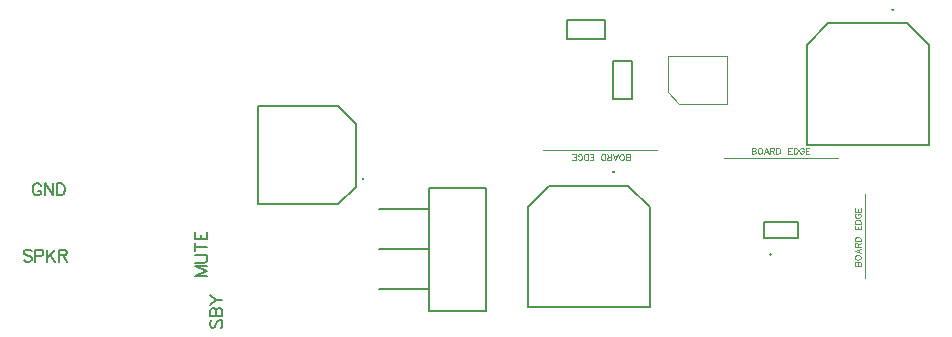
<source format=gbr>
G04 DipTrace 4.2.0.1*
G04 TopAssembly.gbr*
%MOIN*%
G04 #@! TF.FileFunction,Drawing,Top*
G04 #@! TF.Part,Single*
%ADD13C,0.004724*%
%ADD23C,0.005*%
%ADD68C,0.006176*%
%ADD71C,0.003088*%
%FSLAX26Y26*%
G04*
G70*
G90*
G75*
G01*
G04 TopAssy*
%LPD*%
X2049999Y939566D2*
D23*
Y530117D1*
X1861023D1*
Y600983D1*
Y734842D1*
Y868700D1*
Y939566D1*
X2049999D1*
X1861023Y868700D2*
X1693700D1*
X1861023Y734842D2*
X1693700D1*
X1861023Y600983D2*
X1693700D1*
X2525590Y946456D2*
X2261810D1*
X2190944Y875590D1*
Y540944D1*
X2596456D1*
Y875590D1*
X2525590Y946456D1*
G36*
X2476377Y995669D2*
X2476891Y995635D1*
X2477396Y995534D1*
X2477884Y995369D1*
X2478346Y995141D1*
X2478774Y994855D1*
X2479161Y994515D1*
X2479501Y994128D1*
X2479787Y993700D1*
X2480014Y993238D1*
X2480180Y992750D1*
X2480280Y992245D1*
X2480314Y991731D1*
X2480280Y991218D1*
X2480180Y990713D1*
X2480014Y990225D1*
X2479787Y989763D1*
X2479501Y989335D1*
X2479161Y988948D1*
X2478774Y988608D1*
X2478346Y988322D1*
X2477884Y988094D1*
X2477396Y987929D1*
X2476891Y987828D1*
X2476377Y987794D1*
D1*
X2475863Y987828D1*
X2475358Y987929D1*
X2474871Y988094D1*
X2474409Y988322D1*
X2473980Y988608D1*
X2473593Y988948D1*
X2473254Y989335D1*
X2472968Y989763D1*
X2472740Y990225D1*
X2472574Y990713D1*
X2472474Y991218D1*
X2472440Y991731D1*
X2472474Y992245D1*
X2472574Y992750D1*
X2472740Y993238D1*
X2472968Y993700D1*
X2473254Y994128D1*
X2473593Y994515D1*
X2473980Y994855D1*
X2474409Y995141D1*
X2474871Y995369D1*
X2475358Y995534D1*
X2475863Y995635D1*
X2476377Y995669D1*
D1*
G37*
X1617025Y943507D2*
D23*
Y1152169D1*
X1557970Y1211224D1*
X1290254D1*
Y884452D1*
X1557970D1*
X1617025Y943507D1*
G36*
X1642616Y973035D2*
X1643130Y973001D1*
X1643635Y972900D1*
X1644123Y972735D1*
X1644585Y972507D1*
X1645013Y972221D1*
X1645400Y971882D1*
X1645739Y971494D1*
X1646026Y971066D1*
X1646253Y970604D1*
X1646419Y970117D1*
X1646519Y969612D1*
X1646553Y969098D1*
X1646519Y968584D1*
X1646419Y968079D1*
X1646253Y967591D1*
X1646026Y967129D1*
X1645739Y966701D1*
X1645400Y966314D1*
X1645013Y965974D1*
X1644585Y965688D1*
X1644123Y965460D1*
X1643635Y965295D1*
X1643130Y965194D1*
X1642616Y965161D1*
D1*
X1642102Y965194D1*
X1641597Y965295D1*
X1641109Y965460D1*
X1640648Y965688D1*
X1640219Y965974D1*
X1639832Y966314D1*
X1639493Y966701D1*
X1639206Y967129D1*
X1638979Y967591D1*
X1638813Y968079D1*
X1638713Y968584D1*
X1638679Y969098D1*
X1638713Y969612D1*
X1638813Y970117D1*
X1638979Y970604D1*
X1639206Y971066D1*
X1639493Y971494D1*
X1639832Y971882D1*
X1640219Y972221D1*
X1640647Y972507D1*
X1641109Y972735D1*
X1641597Y972900D1*
X1642102Y973001D1*
X1642616Y973035D1*
D1*
G37*
X3092523Y773473D2*
D23*
X2978350D1*
Y824654D1*
X3092523D1*
Y773473D1*
G36*
X2999413Y712449D2*
X2998899Y712483D1*
X2998394Y712583D1*
X2997906Y712749D1*
X2997444Y712977D1*
X2997016Y713263D1*
X2996629Y713602D1*
X2996289Y713990D1*
X2996003Y714418D1*
X2995775Y714880D1*
X2995610Y715367D1*
X2995509Y715872D1*
X2995476Y716386D1*
X2995509Y716900D1*
X2995610Y717405D1*
X2995775Y717893D1*
X2996003Y718355D1*
X2996289Y718783D1*
X2996629Y719170D1*
X2997016Y719510D1*
X2997444Y719796D1*
X2997906Y720024D1*
X2998394Y720189D1*
X2998899Y720290D1*
X2999413Y720323D1*
D1*
X2999926Y720290D1*
X3000432Y720189D1*
X3000919Y720024D1*
X3001381Y719796D1*
X3001809Y719510D1*
X3002196Y719170D1*
X3002536Y718783D1*
X3002822Y718355D1*
X3003050Y717893D1*
X3003215Y717405D1*
X3003316Y716900D1*
X3003350Y716386D1*
X3003316Y715872D1*
X3003215Y715367D1*
X3003050Y714880D1*
X3002822Y714418D1*
X3002536Y713990D1*
X3002196Y713602D1*
X3001809Y713263D1*
X3001381Y712977D1*
X3000919Y712749D1*
X3000432Y712583D1*
X2999926Y712483D1*
X2999413Y712449D1*
D1*
G37*
X2656522Y1377638D2*
D13*
X2853372D1*
Y1220158D1*
X2695892D1*
X2656522Y1259528D1*
Y1377638D1*
X2448742Y1435944D2*
D23*
Y1498936D1*
X2322758D1*
Y1435944D1*
X2448742D1*
X2473724Y1235906D2*
X2536716D1*
Y1361890D1*
X2473724D1*
Y1235906D1*
X2846066Y1039439D2*
D13*
X3224806D1*
X2621742Y1064659D2*
X2243002D1*
X3313718Y638931D2*
Y917671D1*
X3455875Y1487634D2*
D23*
X3192095D1*
X3121229Y1416768D1*
Y1082123D1*
X3526741D1*
Y1416768D1*
X3455875Y1487634D1*
G36*
X3406662Y1536847D2*
X3407176Y1536813D1*
X3407681Y1536713D1*
X3408169Y1536547D1*
X3408630Y1536320D1*
X3409059Y1536033D1*
X3409446Y1535694D1*
X3409785Y1535307D1*
X3410071Y1534878D1*
X3410299Y1534417D1*
X3410465Y1533929D1*
X3410565Y1533424D1*
X3410599Y1532910D1*
X3410565Y1532396D1*
X3410465Y1531891D1*
X3410299Y1531403D1*
X3410071Y1530941D1*
X3409785Y1530513D1*
X3409446Y1530126D1*
X3409059Y1529787D1*
X3408630Y1529500D1*
X3408169Y1529273D1*
X3407681Y1529107D1*
X3407176Y1529007D1*
X3406662Y1528973D1*
D1*
X3406148Y1529007D1*
X3405643Y1529107D1*
X3405155Y1529273D1*
X3404693Y1529500D1*
X3404265Y1529787D1*
X3403878Y1530126D1*
X3403539Y1530513D1*
X3403252Y1530941D1*
X3403025Y1531403D1*
X3402859Y1531891D1*
X3402759Y1532396D1*
X3402725Y1532910D1*
X3402759Y1533424D1*
X3402859Y1533929D1*
X3403025Y1534417D1*
X3403252Y1534878D1*
X3403539Y1535307D1*
X3403878Y1535694D1*
X3404265Y1536033D1*
X3404693Y1536320D1*
X3405155Y1536547D1*
X3405643Y1536713D1*
X3406148Y1536813D1*
X3406662Y1536847D1*
D1*
G37*
X568702Y944754D2*
D68*
X566800Y948557D1*
X562954Y952404D1*
X559151Y954305D1*
X551502D1*
X547655Y952404D1*
X543852Y948557D1*
X541907Y944754D1*
X540006Y939006D1*
Y929412D1*
X541907Y923708D1*
X543852Y919861D1*
X547655Y916058D1*
X551502Y914113D1*
X559151D1*
X562954Y916058D1*
X566800Y919861D1*
X568702Y923708D1*
Y929412D1*
X559151D1*
X607848Y954305D2*
Y914113D1*
X581053Y954305D1*
Y914113D1*
X620199Y954305D2*
Y914113D1*
X633596D1*
X639344Y916058D1*
X643191Y919861D1*
X645093Y923708D1*
X646994Y929412D1*
Y939006D1*
X645093Y944754D1*
X643191Y948557D1*
X639344Y952404D1*
X633596Y954305D1*
X620199D1*
X536895Y727489D2*
X533092Y731335D1*
X527344Y733237D1*
X519695D1*
X513947Y731335D1*
X510100Y727489D1*
Y723686D1*
X512046Y719839D1*
X513947Y717938D1*
X517749Y716037D1*
X529246Y712190D1*
X533092Y710289D1*
X534994Y708343D1*
X536895Y704541D1*
Y698793D1*
X533092Y694990D1*
X527344Y693045D1*
X519695D1*
X513947Y694990D1*
X510100Y698793D1*
X549246Y712190D2*
X566490D1*
X572194Y714091D1*
X574140Y716037D1*
X576041Y719839D1*
Y725587D1*
X574140Y729390D1*
X572194Y731335D1*
X566490Y733237D1*
X549246D1*
Y693045D1*
X588392Y733237D2*
Y693045D1*
X615187Y733237D2*
X588392Y706442D1*
X597943Y716037D2*
X615187Y693045D1*
X627538Y714091D2*
X644738D1*
X650486Y716037D1*
X652432Y717938D1*
X654333Y721741D1*
Y725587D1*
X652432Y729390D1*
X650486Y731335D1*
X644738Y733237D1*
X627538D1*
Y693045D1*
X640936Y714091D2*
X654333Y693045D1*
X1138015Y498583D2*
X1134168Y494780D1*
X1132267Y489032D1*
Y481383D1*
X1134168Y475635D1*
X1138015Y471788D1*
X1141818D1*
X1145664Y473733D1*
X1147566Y475635D1*
X1149467Y479437D1*
X1153314Y490933D1*
X1155215Y494780D1*
X1157160Y496681D1*
X1160963Y498583D1*
X1166711D1*
X1170513Y494780D1*
X1172459Y489032D1*
Y481383D1*
X1170513Y475635D1*
X1166711Y471788D1*
X1132267Y510934D2*
X1172459D1*
Y528178D1*
X1170513Y533926D1*
X1168612Y535827D1*
X1164810Y537729D1*
X1159062D1*
X1155215Y535827D1*
X1153314Y533926D1*
X1151412Y528178D1*
X1149467Y533926D1*
X1147566Y535827D1*
X1143763Y537729D1*
X1139916D1*
X1136114Y535827D1*
X1134168Y533926D1*
X1132267Y528178D1*
Y510934D1*
X1151412D2*
Y528178D1*
X1132267Y550080D2*
X1151412Y565379D1*
X1172459D1*
X1132267Y580677D2*
X1151412Y565379D1*
X1122459Y677385D2*
X1082267D1*
X1122459Y662086D1*
X1082267Y646788D1*
X1122459D1*
X1082267Y689736D2*
X1110963D1*
X1116711Y691638D1*
X1120513Y695484D1*
X1122459Y701233D1*
Y705035D1*
X1120513Y710783D1*
X1116711Y714630D1*
X1110963Y716531D1*
X1082267D1*
Y742280D2*
X1122459D1*
X1082267Y728883D2*
Y755677D1*
Y792878D2*
Y768029D1*
X1122459D1*
Y792878D1*
X1101412Y768029D2*
Y783327D1*
X2936993Y1072810D2*
D71*
Y1052714D1*
X2945615D1*
X2948489Y1053687D1*
X2949440Y1054638D1*
X2950391Y1056539D1*
Y1059413D1*
X2949440Y1061336D1*
X2948489Y1062287D1*
X2945615Y1063238D1*
X2948489Y1064210D1*
X2949440Y1065161D1*
X2950391Y1067062D1*
Y1068986D1*
X2949440Y1070887D1*
X2948489Y1071860D1*
X2945615Y1072810D1*
X2936993D1*
Y1063238D2*
X2945615D1*
X2962314Y1072810D2*
X2960391Y1071860D1*
X2958490Y1069936D1*
X2957517Y1068035D1*
X2956566Y1065161D1*
Y1060364D1*
X2957517Y1057512D1*
X2958490Y1055588D1*
X2960391Y1053687D1*
X2962314Y1052714D1*
X2966139D1*
X2968040Y1053687D1*
X2969964Y1055588D1*
X2970914Y1057512D1*
X2971865Y1060364D1*
Y1065161D1*
X2970914Y1068035D1*
X2969964Y1069936D1*
X2968040Y1071860D1*
X2966139Y1072810D1*
X2962314D1*
X2993361Y1052714D2*
X2985690Y1072810D1*
X2978041Y1052714D1*
X2980915Y1059413D2*
X2990487D1*
X2999537Y1063238D2*
X3008137D1*
X3011011Y1064210D1*
X3011984Y1065161D1*
X3012934Y1067062D1*
Y1068986D1*
X3011984Y1070887D1*
X3011011Y1071860D1*
X3008137Y1072810D1*
X2999537D1*
Y1052714D1*
X3006236Y1063238D2*
X3012934Y1052714D1*
X3019110Y1072810D2*
Y1052714D1*
X3025809D1*
X3028683Y1053687D1*
X3030606Y1055588D1*
X3031557Y1057512D1*
X3032507Y1060364D1*
Y1065161D1*
X3031557Y1068035D1*
X3030606Y1069936D1*
X3028683Y1071860D1*
X3025809Y1072810D1*
X3019110D1*
X3070548D2*
X3058123D1*
Y1052714D1*
X3070548D1*
X3058123Y1063238D2*
X3065773D1*
X3076724Y1072810D2*
Y1052714D1*
X3083422D1*
X3086296Y1053687D1*
X3088220Y1055588D1*
X3089170Y1057512D1*
X3090121Y1060364D1*
Y1065161D1*
X3089170Y1068035D1*
X3088220Y1069936D1*
X3086296Y1071860D1*
X3083422Y1072810D1*
X3076724D1*
X3110645Y1068035D2*
X3109694Y1069936D1*
X3107771Y1071860D1*
X3105869Y1072810D1*
X3102045D1*
X3100121Y1071860D1*
X3098220Y1069936D1*
X3097247Y1068035D1*
X3096297Y1065161D1*
Y1060364D1*
X3097247Y1057512D1*
X3098220Y1055588D1*
X3100121Y1053687D1*
X3102045Y1052714D1*
X3105869D1*
X3107771Y1053687D1*
X3109694Y1055588D1*
X3110645Y1057512D1*
Y1060364D1*
X3105869D1*
X3129245Y1072810D2*
X3116820D1*
Y1052714D1*
X3129245D1*
X3116820Y1063238D2*
X3124470D1*
X2530815Y1031288D2*
Y1051384D1*
X2522193D1*
X2519319Y1050411D1*
X2518368Y1049461D1*
X2517418Y1047559D1*
Y1044685D1*
X2518368Y1042762D1*
X2519319Y1041811D1*
X2522193Y1040861D1*
X2519319Y1039888D1*
X2518368Y1038937D1*
X2517418Y1037036D1*
Y1035113D1*
X2518368Y1033211D1*
X2519319Y1032239D1*
X2522193Y1031288D1*
X2530815D1*
Y1040861D2*
X2522193D1*
X2505494Y1031288D2*
X2507417Y1032239D1*
X2509318Y1034162D1*
X2510291Y1036063D1*
X2511242Y1038937D1*
Y1043735D1*
X2510291Y1046587D1*
X2509318Y1048510D1*
X2507417Y1050411D1*
X2505494Y1051384D1*
X2501669D1*
X2499768Y1050411D1*
X2497844Y1048510D1*
X2496894Y1046587D1*
X2495943Y1043735D1*
Y1038937D1*
X2496894Y1036063D1*
X2497844Y1034162D1*
X2499768Y1032239D1*
X2501669Y1031288D1*
X2505494D1*
X2474447Y1051384D2*
X2482118Y1031288D1*
X2489768Y1051384D1*
X2486894Y1044685D2*
X2477321D1*
X2468271Y1040861D2*
X2459671D1*
X2456797Y1039888D1*
X2455824Y1038937D1*
X2454874Y1037036D1*
Y1035113D1*
X2455824Y1033211D1*
X2456797Y1032239D1*
X2459671Y1031288D1*
X2468271D1*
Y1051384D1*
X2461572Y1040861D2*
X2454874Y1051384D1*
X2448698Y1031288D2*
Y1051384D1*
X2441999D1*
X2439125Y1050411D1*
X2437202Y1048510D1*
X2436251Y1046587D1*
X2435301Y1043735D1*
Y1038937D1*
X2436251Y1036063D1*
X2437202Y1034162D1*
X2439125Y1032239D1*
X2441999Y1031288D1*
X2448698D1*
X2397260D2*
X2409685D1*
Y1051384D1*
X2397260D1*
X2409685Y1040861D2*
X2402035D1*
X2391084Y1031288D2*
Y1051384D1*
X2384386D1*
X2381512Y1050411D1*
X2379588Y1048510D1*
X2378638Y1046587D1*
X2377687Y1043735D1*
Y1038937D1*
X2378638Y1036063D1*
X2379588Y1034162D1*
X2381512Y1032239D1*
X2384386Y1031288D1*
X2391084D1*
X2357163Y1036063D2*
X2358114Y1034162D1*
X2360037Y1032239D1*
X2361939Y1031288D1*
X2365763D1*
X2367687Y1032239D1*
X2369588Y1034162D1*
X2370561Y1036063D1*
X2371511Y1038937D1*
Y1043735D1*
X2370561Y1046587D1*
X2369588Y1048510D1*
X2367687Y1050411D1*
X2365763Y1051384D1*
X2361939D1*
X2360037Y1050411D1*
X2358114Y1048510D1*
X2357163Y1046587D1*
Y1043735D1*
X2361939D1*
X2338563Y1031288D2*
X2350988D1*
Y1051384D1*
X2338563D1*
X2350988Y1040861D2*
X2343338D1*
X3280347Y679833D2*
X3300443D1*
Y688455D1*
X3299470Y691329D1*
X3298520Y692280D1*
X3296618Y693230D1*
X3293744D1*
X3291821Y692280D1*
X3290870Y691329D1*
X3289920Y688455D1*
X3288947Y691329D1*
X3287996Y692280D1*
X3286095Y693230D1*
X3284172D1*
X3282270Y692280D1*
X3281298Y691329D1*
X3280347Y688455D1*
Y679833D1*
X3289920D2*
Y688455D1*
X3280347Y705154D2*
X3281298Y703231D1*
X3283221Y701330D1*
X3285122Y700357D1*
X3287996Y699406D1*
X3292794D1*
X3295646Y700357D1*
X3297569Y701330D1*
X3299470Y703231D1*
X3300443Y705154D1*
Y708979D1*
X3299470Y710880D1*
X3297569Y712804D1*
X3295646Y713754D1*
X3292794Y714705D1*
X3287996D1*
X3285122Y713754D1*
X3283221Y712804D1*
X3281298Y710880D1*
X3280347Y708979D1*
Y705154D1*
X3300443Y736201D2*
X3280347Y728530D1*
X3300443Y720881D1*
X3293744Y723755D2*
Y733327D1*
X3289920Y742377D2*
Y750977D1*
X3288947Y753851D1*
X3287996Y754824D1*
X3286095Y755774D1*
X3284172D1*
X3282270Y754824D1*
X3281298Y753851D1*
X3280347Y750977D1*
Y742377D1*
X3300443D1*
X3289920Y749076D2*
X3300443Y755774D1*
X3280347Y761950D2*
X3300443D1*
Y768649D1*
X3299470Y771523D1*
X3297569Y773446D1*
X3295646Y774397D1*
X3292794Y775347D1*
X3287996D1*
X3285122Y774397D1*
X3283221Y773446D1*
X3281298Y771523D1*
X3280347Y768649D1*
Y761950D1*
Y813388D2*
Y800963D1*
X3300443D1*
Y813388D1*
X3289920Y800963D2*
Y808613D1*
X3280347Y819564D2*
X3300443D1*
Y826262D1*
X3299470Y829136D1*
X3297569Y831060D1*
X3295646Y832010D1*
X3292794Y832961D1*
X3287996D1*
X3285122Y832010D1*
X3283221Y831060D1*
X3281298Y829136D1*
X3280347Y826262D1*
Y819564D1*
X3285122Y853485D2*
X3283221Y852534D1*
X3281298Y850611D1*
X3280347Y848709D1*
Y844885D1*
X3281298Y842961D1*
X3283221Y841060D1*
X3285122Y840087D1*
X3287996Y839137D1*
X3292794D1*
X3295646Y840087D1*
X3297569Y841060D1*
X3299470Y842961D1*
X3300443Y844885D1*
Y848709D1*
X3299470Y850611D1*
X3297569Y852534D1*
X3295646Y853485D1*
X3292794D1*
Y848709D1*
X3280347Y872085D2*
Y859660D1*
X3300443D1*
Y872085D1*
X3289920Y859660D2*
Y867310D1*
M02*

</source>
